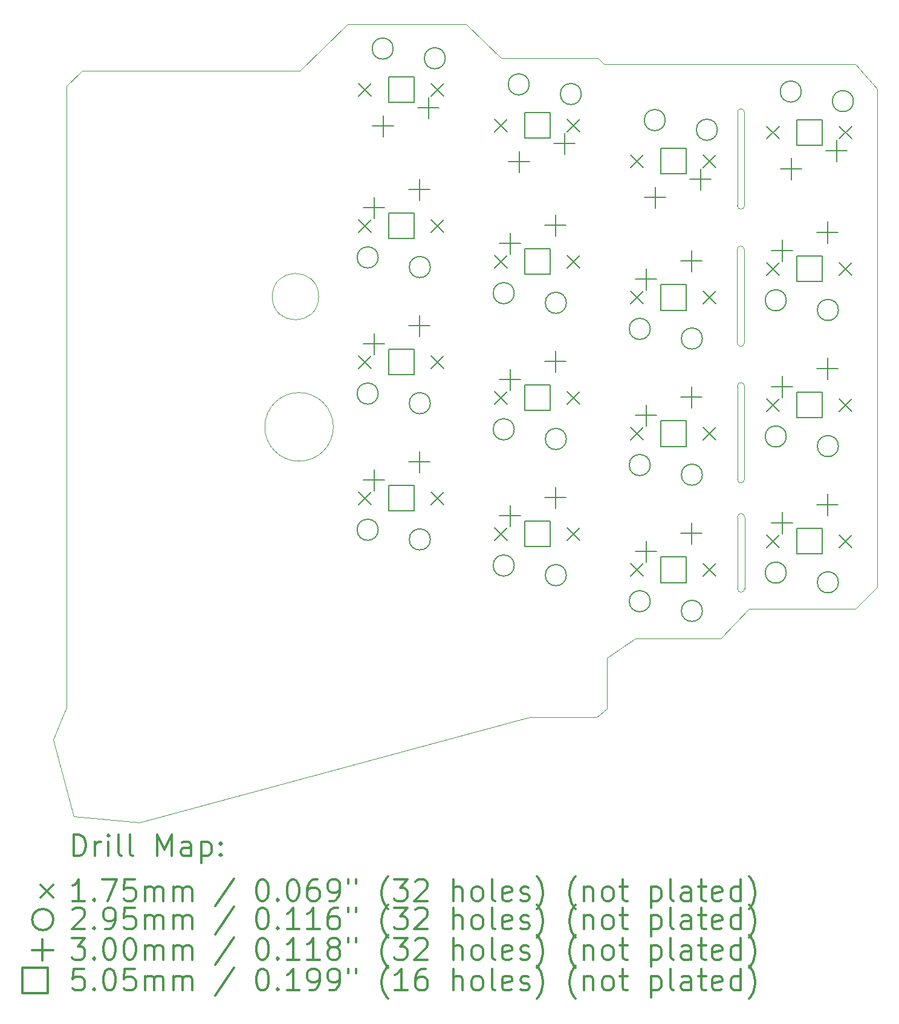
<source format=gbr>
%FSLAX45Y45*%
G04 Gerber Fmt 4.5, Leading zero omitted, Abs format (unit mm)*
G04 Created by KiCad (PCBNEW (5.1.4)-1) date 2023-09-09 05:25:45*
%MOMM*%
%LPD*%
G04 APERTURE LIST*
%ADD10C,0.050000*%
%ADD11C,0.200000*%
%ADD12C,0.300000*%
G04 APERTURE END LIST*
D10*
X26200923Y-49626327D02*
X26511202Y-49966032D01*
X21240924Y-49541327D02*
X20746203Y-49066032D01*
X26200923Y-49626327D02*
X26020923Y-49626327D01*
X22595924Y-49541327D02*
X22680924Y-49626327D01*
X21240924Y-49541327D02*
X22595924Y-49541327D01*
X26020923Y-49626327D02*
X22680924Y-49626327D01*
X24548000Y-50297000D02*
X24548000Y-51600000D01*
X24648000Y-51600000D02*
G75*
G02X24548000Y-51600000I-50000J0D01*
G01*
X24648000Y-50297000D02*
X24648000Y-51600000D01*
X24646000Y-53521000D02*
G75*
G02X24546000Y-53521000I-50000J0D01*
G01*
X24648000Y-55430000D02*
G75*
G02X24548000Y-55430000I-50000J0D01*
G01*
X24548000Y-54128000D02*
X24548000Y-55430000D01*
X24548000Y-54128000D02*
G75*
G02X24648000Y-54128000I50000J0D01*
G01*
X24550000Y-55960000D02*
G75*
G02X24650000Y-55960000I50000J0D01*
G01*
X24650000Y-56960000D02*
G75*
G02X24550000Y-56960000I-50000J0D01*
G01*
X24648000Y-54128000D02*
X24648000Y-55430000D01*
X24650000Y-55960000D02*
X24650000Y-56960000D01*
X26511202Y-49966032D02*
X26511202Y-56941032D01*
X24550000Y-55960000D02*
X24550000Y-56960000D01*
X22721202Y-57931032D02*
X23121202Y-57656032D01*
X18890000Y-54697000D02*
G75*
G03X18890000Y-54697000I-480000J0D01*
G01*
X18685000Y-52875000D02*
G75*
G03X18685000Y-52875000I-325000J0D01*
G01*
X15150249Y-58623435D02*
X15152190Y-49930639D01*
X24731202Y-57241032D02*
X24911202Y-57241032D01*
X24316202Y-57656032D02*
X24711202Y-57241032D01*
X24731202Y-57241032D02*
X24711202Y-57241032D01*
X15258251Y-60144663D02*
X14970438Y-59068483D01*
X22721202Y-58641032D02*
X22581202Y-58761032D01*
X26511202Y-56941032D02*
X26201202Y-57241032D01*
X24911202Y-57241032D02*
X26201202Y-57241032D01*
X15152190Y-49930639D02*
X15371203Y-49716032D01*
X19091203Y-49066032D02*
X20746203Y-49066032D01*
X21661203Y-58761032D02*
X22581202Y-58761032D01*
X21661203Y-58761032D02*
X21641203Y-58761032D01*
X15150249Y-58623435D02*
X14970438Y-59068483D01*
X15258251Y-60144663D02*
X16180391Y-60230918D01*
X18421203Y-49716032D02*
X15371203Y-49716032D01*
X24316202Y-57656032D02*
X23121202Y-57656032D01*
X22721202Y-58641032D02*
X22721202Y-57931032D01*
X21641203Y-58761032D02*
X16180391Y-60230918D01*
X19091203Y-49066032D02*
X18421203Y-49716032D01*
X24548000Y-50297000D02*
G75*
G02X24648000Y-50297000I50000J0D01*
G01*
X24545000Y-52218000D02*
G75*
G02X24645000Y-52218000I50000J0D01*
G01*
X24545000Y-52218000D02*
X24546000Y-53521000D01*
X24645000Y-52218000D02*
X24646000Y-53521000D01*
D11*
X19245703Y-53703532D02*
X19420703Y-53878532D01*
X19420703Y-53703532D02*
X19245703Y-53878532D01*
X19245703Y-49892500D02*
X19420703Y-50067500D01*
X19420703Y-49892500D02*
X19245703Y-50067500D01*
X20261703Y-49892500D02*
X20436703Y-50067500D01*
X20436703Y-49892500D02*
X20261703Y-50067500D01*
X21150703Y-52298532D02*
X21325703Y-52473532D01*
X21325703Y-52298532D02*
X21150703Y-52473532D01*
X22166703Y-52298532D02*
X22341703Y-52473532D01*
X22341703Y-52298532D02*
X22166703Y-52473532D01*
X19245703Y-51798532D02*
X19420703Y-51973532D01*
X19420703Y-51798532D02*
X19245703Y-51973532D01*
X20261703Y-51798532D02*
X20436703Y-51973532D01*
X20436703Y-51798532D02*
X20261703Y-51973532D01*
X24960702Y-54303532D02*
X25135702Y-54478532D01*
X25135702Y-54303532D02*
X24960702Y-54478532D01*
X25976702Y-54303532D02*
X26151702Y-54478532D01*
X26151702Y-54303532D02*
X25976702Y-54478532D01*
X23055702Y-50892500D02*
X23230702Y-51067500D01*
X23230702Y-50892500D02*
X23055702Y-51067500D01*
X24071702Y-50892500D02*
X24246702Y-51067500D01*
X24246702Y-50892500D02*
X24071702Y-51067500D01*
X21150703Y-50392500D02*
X21325703Y-50567500D01*
X21325703Y-50392500D02*
X21150703Y-50567500D01*
X22166703Y-50392500D02*
X22341703Y-50567500D01*
X22341703Y-50392500D02*
X22166703Y-50567500D01*
X24960702Y-50492500D02*
X25135702Y-50667500D01*
X25135702Y-50492500D02*
X24960702Y-50667500D01*
X25976702Y-50492500D02*
X26151702Y-50667500D01*
X26151702Y-50492500D02*
X25976702Y-50667500D01*
X23055702Y-52798532D02*
X23230702Y-52973532D01*
X23230702Y-52798532D02*
X23055702Y-52973532D01*
X24071702Y-52798532D02*
X24246702Y-52973532D01*
X24246702Y-52798532D02*
X24071702Y-52973532D01*
X21150703Y-56108532D02*
X21325703Y-56283532D01*
X21325703Y-56108532D02*
X21150703Y-56283532D01*
X22166703Y-56108532D02*
X22341703Y-56283532D01*
X22341703Y-56108532D02*
X22166703Y-56283532D01*
X23055702Y-56608532D02*
X23230702Y-56783532D01*
X23230702Y-56608532D02*
X23055702Y-56783532D01*
X24071702Y-56608532D02*
X24246702Y-56783532D01*
X24246702Y-56608532D02*
X24071702Y-56783532D01*
X21150703Y-54203532D02*
X21325703Y-54378532D01*
X21325703Y-54203532D02*
X21150703Y-54378532D01*
X22166703Y-54203532D02*
X22341703Y-54378532D01*
X22341703Y-54203532D02*
X22166703Y-54378532D01*
X23055703Y-54703532D02*
X23230703Y-54878532D01*
X23230703Y-54703532D02*
X23055703Y-54878532D01*
X24071703Y-54703532D02*
X24246703Y-54878532D01*
X24246703Y-54703532D02*
X24071703Y-54878532D01*
X19245703Y-55608532D02*
X19420703Y-55783532D01*
X19420703Y-55608532D02*
X19245703Y-55783532D01*
X20261703Y-55608532D02*
X20436703Y-55783532D01*
X20436703Y-55608532D02*
X20261703Y-55783532D01*
X24960702Y-52398532D02*
X25135702Y-52573532D01*
X25135702Y-52398532D02*
X24960702Y-52573532D01*
X25976702Y-52398532D02*
X26151702Y-52573532D01*
X26151702Y-52398532D02*
X25976702Y-52573532D01*
X20261703Y-53703532D02*
X20436703Y-53878532D01*
X20436703Y-53703532D02*
X20261703Y-53878532D01*
X24960702Y-56208532D02*
X25135702Y-56383532D01*
X25135702Y-56208532D02*
X24960702Y-56383532D01*
X25976702Y-56208532D02*
X26151702Y-56383532D01*
X26151702Y-56208532D02*
X25976702Y-56383532D01*
X21633703Y-49905000D02*
G75*
G03X21633703Y-49905000I-147500J0D01*
G01*
X22363703Y-50040000D02*
G75*
G03X22363703Y-50040000I-147500J0D01*
G01*
X25443702Y-50005000D02*
G75*
G03X25443702Y-50005000I-147500J0D01*
G01*
X26173702Y-50140000D02*
G75*
G03X26173702Y-50140000I-147500J0D01*
G01*
X23328702Y-53326032D02*
G75*
G03X23328702Y-53326032I-147500J0D01*
G01*
X24058702Y-53461032D02*
G75*
G03X24058702Y-53461032I-147500J0D01*
G01*
X21423703Y-56636032D02*
G75*
G03X21423703Y-56636032I-147500J0D01*
G01*
X22153703Y-56771032D02*
G75*
G03X22153703Y-56771032I-147500J0D01*
G01*
X23328702Y-57136032D02*
G75*
G03X23328702Y-57136032I-147500J0D01*
G01*
X24058702Y-57271032D02*
G75*
G03X24058702Y-57271032I-147500J0D01*
G01*
X21423703Y-54731032D02*
G75*
G03X21423703Y-54731032I-147500J0D01*
G01*
X22153703Y-54866032D02*
G75*
G03X22153703Y-54866032I-147500J0D01*
G01*
X23328703Y-55231032D02*
G75*
G03X23328703Y-55231032I-147500J0D01*
G01*
X24058703Y-55366032D02*
G75*
G03X24058703Y-55366032I-147500J0D01*
G01*
X19518703Y-56136032D02*
G75*
G03X19518703Y-56136032I-147500J0D01*
G01*
X20248703Y-56271032D02*
G75*
G03X20248703Y-56271032I-147500J0D01*
G01*
X25233702Y-52926032D02*
G75*
G03X25233702Y-52926032I-147500J0D01*
G01*
X25963702Y-53061032D02*
G75*
G03X25963702Y-53061032I-147500J0D01*
G01*
X19518703Y-54231032D02*
G75*
G03X19518703Y-54231032I-147500J0D01*
G01*
X20248703Y-54366032D02*
G75*
G03X20248703Y-54366032I-147500J0D01*
G01*
X25233702Y-56736032D02*
G75*
G03X25233702Y-56736032I-147500J0D01*
G01*
X25963702Y-56871032D02*
G75*
G03X25963702Y-56871032I-147500J0D01*
G01*
X19728703Y-49405000D02*
G75*
G03X19728703Y-49405000I-147500J0D01*
G01*
X20458703Y-49540000D02*
G75*
G03X20458703Y-49540000I-147500J0D01*
G01*
X21423703Y-52826032D02*
G75*
G03X21423703Y-52826032I-147500J0D01*
G01*
X22153703Y-52961032D02*
G75*
G03X22153703Y-52961032I-147500J0D01*
G01*
X19518703Y-52326032D02*
G75*
G03X19518703Y-52326032I-147500J0D01*
G01*
X20248703Y-52461032D02*
G75*
G03X20248703Y-52461032I-147500J0D01*
G01*
X25233702Y-54831032D02*
G75*
G03X25233702Y-54831032I-147500J0D01*
G01*
X25963702Y-54966032D02*
G75*
G03X25963702Y-54966032I-147500J0D01*
G01*
X23538702Y-50405000D02*
G75*
G03X23538702Y-50405000I-147500J0D01*
G01*
X24268702Y-50540000D02*
G75*
G03X24268702Y-50540000I-147500J0D01*
G01*
X19587203Y-50338000D02*
X19587203Y-50638000D01*
X19437203Y-50488000D02*
X19737203Y-50488000D01*
X20222203Y-50084000D02*
X20222203Y-50384000D01*
X20072203Y-50234000D02*
X20372203Y-50234000D01*
X21365203Y-51982032D02*
X21365203Y-52282032D01*
X21215203Y-52132032D02*
X21515203Y-52132032D01*
X22000203Y-51728032D02*
X22000203Y-52028032D01*
X21850203Y-51878032D02*
X22150203Y-51878032D01*
X19460203Y-51482032D02*
X19460203Y-51782032D01*
X19310203Y-51632032D02*
X19610203Y-51632032D01*
X20095203Y-51228032D02*
X20095203Y-51528032D01*
X19945203Y-51378032D02*
X20245203Y-51378032D01*
X25175202Y-53987032D02*
X25175202Y-54287032D01*
X25025202Y-54137032D02*
X25325202Y-54137032D01*
X25810202Y-53733032D02*
X25810202Y-54033032D01*
X25660202Y-53883032D02*
X25960202Y-53883032D01*
X23397202Y-51338000D02*
X23397202Y-51638000D01*
X23247202Y-51488000D02*
X23547202Y-51488000D01*
X24032202Y-51084000D02*
X24032202Y-51384000D01*
X23882202Y-51234000D02*
X24182202Y-51234000D01*
X21492203Y-50838000D02*
X21492203Y-51138000D01*
X21342203Y-50988000D02*
X21642203Y-50988000D01*
X22127203Y-50584000D02*
X22127203Y-50884000D01*
X21977203Y-50734000D02*
X22277203Y-50734000D01*
X25302202Y-50938000D02*
X25302202Y-51238000D01*
X25152202Y-51088000D02*
X25452202Y-51088000D01*
X25937202Y-50684000D02*
X25937202Y-50984000D01*
X25787202Y-50834000D02*
X26087202Y-50834000D01*
X23270202Y-52482032D02*
X23270202Y-52782032D01*
X23120202Y-52632032D02*
X23420202Y-52632032D01*
X23905202Y-52228032D02*
X23905202Y-52528032D01*
X23755202Y-52378032D02*
X24055202Y-52378032D01*
X21365203Y-55792032D02*
X21365203Y-56092032D01*
X21215203Y-55942032D02*
X21515203Y-55942032D01*
X22000203Y-55538032D02*
X22000203Y-55838032D01*
X21850203Y-55688032D02*
X22150203Y-55688032D01*
X23270202Y-56292032D02*
X23270202Y-56592032D01*
X23120202Y-56442032D02*
X23420202Y-56442032D01*
X23905202Y-56038032D02*
X23905202Y-56338032D01*
X23755202Y-56188032D02*
X24055202Y-56188032D01*
X21365203Y-53887032D02*
X21365203Y-54187032D01*
X21215203Y-54037032D02*
X21515203Y-54037032D01*
X22000203Y-53633032D02*
X22000203Y-53933032D01*
X21850203Y-53783032D02*
X22150203Y-53783032D01*
X23270203Y-54387032D02*
X23270203Y-54687032D01*
X23120203Y-54537032D02*
X23420203Y-54537032D01*
X23905203Y-54133032D02*
X23905203Y-54433032D01*
X23755203Y-54283032D02*
X24055203Y-54283032D01*
X19460203Y-55292032D02*
X19460203Y-55592032D01*
X19310203Y-55442032D02*
X19610203Y-55442032D01*
X20095203Y-55038032D02*
X20095203Y-55338032D01*
X19945203Y-55188032D02*
X20245203Y-55188032D01*
X25175202Y-52082032D02*
X25175202Y-52382032D01*
X25025202Y-52232032D02*
X25325202Y-52232032D01*
X25810202Y-51828032D02*
X25810202Y-52128032D01*
X25660202Y-51978032D02*
X25960202Y-51978032D01*
X19460203Y-53387032D02*
X19460203Y-53687032D01*
X19310203Y-53537032D02*
X19610203Y-53537032D01*
X20095203Y-53133032D02*
X20095203Y-53433032D01*
X19945203Y-53283032D02*
X20245203Y-53283032D01*
X25175202Y-55892032D02*
X25175202Y-56192032D01*
X25025202Y-56042032D02*
X25325202Y-56042032D01*
X25810202Y-55638032D02*
X25810202Y-55938032D01*
X25660202Y-55788032D02*
X25960202Y-55788032D01*
X21924749Y-54469578D02*
X21924749Y-54112486D01*
X21567656Y-54112486D01*
X21567656Y-54469578D01*
X21924749Y-54469578D01*
X23829749Y-54969578D02*
X23829749Y-54612486D01*
X23472656Y-54612486D01*
X23472656Y-54969578D01*
X23829749Y-54969578D01*
X20019749Y-55874578D02*
X20019749Y-55517486D01*
X19662656Y-55517486D01*
X19662656Y-55874578D01*
X20019749Y-55874578D01*
X25734749Y-52664578D02*
X25734749Y-52307486D01*
X25377656Y-52307486D01*
X25377656Y-52664578D01*
X25734749Y-52664578D01*
X20019749Y-53969578D02*
X20019749Y-53612486D01*
X19662656Y-53612486D01*
X19662656Y-53969578D01*
X20019749Y-53969578D01*
X25734749Y-56474578D02*
X25734749Y-56117486D01*
X25377656Y-56117486D01*
X25377656Y-56474578D01*
X25734749Y-56474578D01*
X20019749Y-50158546D02*
X20019749Y-49801454D01*
X19662656Y-49801454D01*
X19662656Y-50158546D01*
X20019749Y-50158546D01*
X21924749Y-52564578D02*
X21924749Y-52207486D01*
X21567656Y-52207486D01*
X21567656Y-52564578D01*
X21924749Y-52564578D01*
X20019749Y-52064578D02*
X20019749Y-51707486D01*
X19662656Y-51707486D01*
X19662656Y-52064578D01*
X20019749Y-52064578D01*
X25734749Y-54569578D02*
X25734749Y-54212486D01*
X25377656Y-54212486D01*
X25377656Y-54569578D01*
X25734749Y-54569578D01*
X23829749Y-51158546D02*
X23829749Y-50801454D01*
X23472656Y-50801454D01*
X23472656Y-51158546D01*
X23829749Y-51158546D01*
X21924749Y-50658546D02*
X21924749Y-50301454D01*
X21567656Y-50301454D01*
X21567656Y-50658546D01*
X21924749Y-50658546D01*
X25734749Y-50758546D02*
X25734749Y-50401454D01*
X25377656Y-50401454D01*
X25377656Y-50758546D01*
X25734749Y-50758546D01*
X23829749Y-53064578D02*
X23829749Y-52707486D01*
X23472656Y-52707486D01*
X23472656Y-53064578D01*
X23829749Y-53064578D01*
X21924749Y-56374578D02*
X21924749Y-56017486D01*
X21567656Y-56017486D01*
X21567656Y-56374578D01*
X21924749Y-56374578D01*
X23829749Y-56874578D02*
X23829749Y-56517486D01*
X23472656Y-56517486D01*
X23472656Y-56874578D01*
X23829749Y-56874578D01*
D12*
X15254366Y-60699133D02*
X15254366Y-60399133D01*
X15325795Y-60399133D01*
X15368652Y-60413419D01*
X15397223Y-60441990D01*
X15411509Y-60470561D01*
X15425795Y-60527704D01*
X15425795Y-60570561D01*
X15411509Y-60627704D01*
X15397223Y-60656276D01*
X15368652Y-60684847D01*
X15325795Y-60699133D01*
X15254366Y-60699133D01*
X15554366Y-60699133D02*
X15554366Y-60499133D01*
X15554366Y-60556276D02*
X15568652Y-60527704D01*
X15582938Y-60513419D01*
X15611509Y-60499133D01*
X15640080Y-60499133D01*
X15740080Y-60699133D02*
X15740080Y-60499133D01*
X15740080Y-60399133D02*
X15725795Y-60413419D01*
X15740080Y-60427704D01*
X15754366Y-60413419D01*
X15740080Y-60399133D01*
X15740080Y-60427704D01*
X15925795Y-60699133D02*
X15897223Y-60684847D01*
X15882938Y-60656276D01*
X15882938Y-60399133D01*
X16082938Y-60699133D02*
X16054366Y-60684847D01*
X16040080Y-60656276D01*
X16040080Y-60399133D01*
X16425795Y-60699133D02*
X16425795Y-60399133D01*
X16525795Y-60613419D01*
X16625795Y-60399133D01*
X16625795Y-60699133D01*
X16897223Y-60699133D02*
X16897223Y-60541990D01*
X16882938Y-60513419D01*
X16854366Y-60499133D01*
X16797223Y-60499133D01*
X16768652Y-60513419D01*
X16897223Y-60684847D02*
X16868652Y-60699133D01*
X16797223Y-60699133D01*
X16768652Y-60684847D01*
X16754366Y-60656276D01*
X16754366Y-60627704D01*
X16768652Y-60599133D01*
X16797223Y-60584847D01*
X16868652Y-60584847D01*
X16897223Y-60570561D01*
X17040081Y-60499133D02*
X17040081Y-60799133D01*
X17040081Y-60513419D02*
X17068652Y-60499133D01*
X17125795Y-60499133D01*
X17154366Y-60513419D01*
X17168652Y-60527704D01*
X17182938Y-60556276D01*
X17182938Y-60641990D01*
X17168652Y-60670561D01*
X17154366Y-60684847D01*
X17125795Y-60699133D01*
X17068652Y-60699133D01*
X17040081Y-60684847D01*
X17311509Y-60670561D02*
X17325795Y-60684847D01*
X17311509Y-60699133D01*
X17297223Y-60684847D01*
X17311509Y-60670561D01*
X17311509Y-60699133D01*
X17311509Y-60513419D02*
X17325795Y-60527704D01*
X17311509Y-60541990D01*
X17297223Y-60527704D01*
X17311509Y-60513419D01*
X17311509Y-60541990D01*
X14792938Y-61105919D02*
X14967938Y-61280919D01*
X14967938Y-61105919D02*
X14792938Y-61280919D01*
X15411509Y-61329133D02*
X15240080Y-61329133D01*
X15325795Y-61329133D02*
X15325795Y-61029133D01*
X15297223Y-61071990D01*
X15268652Y-61100561D01*
X15240080Y-61114847D01*
X15540080Y-61300561D02*
X15554366Y-61314847D01*
X15540080Y-61329133D01*
X15525795Y-61314847D01*
X15540080Y-61300561D01*
X15540080Y-61329133D01*
X15654366Y-61029133D02*
X15854366Y-61029133D01*
X15725795Y-61329133D01*
X16111509Y-61029133D02*
X15968652Y-61029133D01*
X15954366Y-61171990D01*
X15968652Y-61157704D01*
X15997223Y-61143419D01*
X16068652Y-61143419D01*
X16097223Y-61157704D01*
X16111509Y-61171990D01*
X16125795Y-61200561D01*
X16125795Y-61271990D01*
X16111509Y-61300561D01*
X16097223Y-61314847D01*
X16068652Y-61329133D01*
X15997223Y-61329133D01*
X15968652Y-61314847D01*
X15954366Y-61300561D01*
X16254366Y-61329133D02*
X16254366Y-61129133D01*
X16254366Y-61157704D02*
X16268652Y-61143419D01*
X16297223Y-61129133D01*
X16340080Y-61129133D01*
X16368652Y-61143419D01*
X16382938Y-61171990D01*
X16382938Y-61329133D01*
X16382938Y-61171990D02*
X16397223Y-61143419D01*
X16425795Y-61129133D01*
X16468652Y-61129133D01*
X16497223Y-61143419D01*
X16511509Y-61171990D01*
X16511509Y-61329133D01*
X16654366Y-61329133D02*
X16654366Y-61129133D01*
X16654366Y-61157704D02*
X16668652Y-61143419D01*
X16697223Y-61129133D01*
X16740080Y-61129133D01*
X16768652Y-61143419D01*
X16782938Y-61171990D01*
X16782938Y-61329133D01*
X16782938Y-61171990D02*
X16797223Y-61143419D01*
X16825795Y-61129133D01*
X16868652Y-61129133D01*
X16897223Y-61143419D01*
X16911509Y-61171990D01*
X16911509Y-61329133D01*
X17497223Y-61014847D02*
X17240081Y-61400561D01*
X17882938Y-61029133D02*
X17911509Y-61029133D01*
X17940081Y-61043419D01*
X17954366Y-61057704D01*
X17968652Y-61086276D01*
X17982938Y-61143419D01*
X17982938Y-61214847D01*
X17968652Y-61271990D01*
X17954366Y-61300561D01*
X17940081Y-61314847D01*
X17911509Y-61329133D01*
X17882938Y-61329133D01*
X17854366Y-61314847D01*
X17840081Y-61300561D01*
X17825795Y-61271990D01*
X17811509Y-61214847D01*
X17811509Y-61143419D01*
X17825795Y-61086276D01*
X17840081Y-61057704D01*
X17854366Y-61043419D01*
X17882938Y-61029133D01*
X18111509Y-61300561D02*
X18125795Y-61314847D01*
X18111509Y-61329133D01*
X18097223Y-61314847D01*
X18111509Y-61300561D01*
X18111509Y-61329133D01*
X18311509Y-61029133D02*
X18340081Y-61029133D01*
X18368652Y-61043419D01*
X18382938Y-61057704D01*
X18397223Y-61086276D01*
X18411509Y-61143419D01*
X18411509Y-61214847D01*
X18397223Y-61271990D01*
X18382938Y-61300561D01*
X18368652Y-61314847D01*
X18340081Y-61329133D01*
X18311509Y-61329133D01*
X18282938Y-61314847D01*
X18268652Y-61300561D01*
X18254366Y-61271990D01*
X18240081Y-61214847D01*
X18240081Y-61143419D01*
X18254366Y-61086276D01*
X18268652Y-61057704D01*
X18282938Y-61043419D01*
X18311509Y-61029133D01*
X18668652Y-61029133D02*
X18611509Y-61029133D01*
X18582938Y-61043419D01*
X18568652Y-61057704D01*
X18540081Y-61100561D01*
X18525795Y-61157704D01*
X18525795Y-61271990D01*
X18540081Y-61300561D01*
X18554366Y-61314847D01*
X18582938Y-61329133D01*
X18640081Y-61329133D01*
X18668652Y-61314847D01*
X18682938Y-61300561D01*
X18697223Y-61271990D01*
X18697223Y-61200561D01*
X18682938Y-61171990D01*
X18668652Y-61157704D01*
X18640081Y-61143419D01*
X18582938Y-61143419D01*
X18554366Y-61157704D01*
X18540081Y-61171990D01*
X18525795Y-61200561D01*
X18840081Y-61329133D02*
X18897223Y-61329133D01*
X18925795Y-61314847D01*
X18940081Y-61300561D01*
X18968652Y-61257704D01*
X18982938Y-61200561D01*
X18982938Y-61086276D01*
X18968652Y-61057704D01*
X18954366Y-61043419D01*
X18925795Y-61029133D01*
X18868652Y-61029133D01*
X18840081Y-61043419D01*
X18825795Y-61057704D01*
X18811509Y-61086276D01*
X18811509Y-61157704D01*
X18825795Y-61186276D01*
X18840081Y-61200561D01*
X18868652Y-61214847D01*
X18925795Y-61214847D01*
X18954366Y-61200561D01*
X18968652Y-61186276D01*
X18982938Y-61157704D01*
X19097223Y-61029133D02*
X19097223Y-61086276D01*
X19211509Y-61029133D02*
X19211509Y-61086276D01*
X19654366Y-61443419D02*
X19640081Y-61429133D01*
X19611509Y-61386276D01*
X19597223Y-61357704D01*
X19582938Y-61314847D01*
X19568652Y-61243419D01*
X19568652Y-61186276D01*
X19582938Y-61114847D01*
X19597223Y-61071990D01*
X19611509Y-61043419D01*
X19640081Y-61000561D01*
X19654366Y-60986276D01*
X19740081Y-61029133D02*
X19925795Y-61029133D01*
X19825795Y-61143419D01*
X19868652Y-61143419D01*
X19897223Y-61157704D01*
X19911509Y-61171990D01*
X19925795Y-61200561D01*
X19925795Y-61271990D01*
X19911509Y-61300561D01*
X19897223Y-61314847D01*
X19868652Y-61329133D01*
X19782938Y-61329133D01*
X19754366Y-61314847D01*
X19740081Y-61300561D01*
X20040081Y-61057704D02*
X20054366Y-61043419D01*
X20082938Y-61029133D01*
X20154366Y-61029133D01*
X20182938Y-61043419D01*
X20197223Y-61057704D01*
X20211509Y-61086276D01*
X20211509Y-61114847D01*
X20197223Y-61157704D01*
X20025795Y-61329133D01*
X20211509Y-61329133D01*
X20568652Y-61329133D02*
X20568652Y-61029133D01*
X20697223Y-61329133D02*
X20697223Y-61171990D01*
X20682938Y-61143419D01*
X20654366Y-61129133D01*
X20611509Y-61129133D01*
X20582938Y-61143419D01*
X20568652Y-61157704D01*
X20882938Y-61329133D02*
X20854366Y-61314847D01*
X20840081Y-61300561D01*
X20825795Y-61271990D01*
X20825795Y-61186276D01*
X20840081Y-61157704D01*
X20854366Y-61143419D01*
X20882938Y-61129133D01*
X20925795Y-61129133D01*
X20954366Y-61143419D01*
X20968652Y-61157704D01*
X20982938Y-61186276D01*
X20982938Y-61271990D01*
X20968652Y-61300561D01*
X20954366Y-61314847D01*
X20925795Y-61329133D01*
X20882938Y-61329133D01*
X21154366Y-61329133D02*
X21125795Y-61314847D01*
X21111509Y-61286276D01*
X21111509Y-61029133D01*
X21382938Y-61314847D02*
X21354366Y-61329133D01*
X21297223Y-61329133D01*
X21268652Y-61314847D01*
X21254366Y-61286276D01*
X21254366Y-61171990D01*
X21268652Y-61143419D01*
X21297223Y-61129133D01*
X21354366Y-61129133D01*
X21382938Y-61143419D01*
X21397223Y-61171990D01*
X21397223Y-61200561D01*
X21254366Y-61229133D01*
X21511509Y-61314847D02*
X21540081Y-61329133D01*
X21597223Y-61329133D01*
X21625795Y-61314847D01*
X21640081Y-61286276D01*
X21640081Y-61271990D01*
X21625795Y-61243419D01*
X21597223Y-61229133D01*
X21554366Y-61229133D01*
X21525795Y-61214847D01*
X21511509Y-61186276D01*
X21511509Y-61171990D01*
X21525795Y-61143419D01*
X21554366Y-61129133D01*
X21597223Y-61129133D01*
X21625795Y-61143419D01*
X21740081Y-61443419D02*
X21754366Y-61429133D01*
X21782938Y-61386276D01*
X21797223Y-61357704D01*
X21811509Y-61314847D01*
X21825795Y-61243419D01*
X21825795Y-61186276D01*
X21811509Y-61114847D01*
X21797223Y-61071990D01*
X21782938Y-61043419D01*
X21754366Y-61000561D01*
X21740081Y-60986276D01*
X22282938Y-61443419D02*
X22268652Y-61429133D01*
X22240081Y-61386276D01*
X22225795Y-61357704D01*
X22211509Y-61314847D01*
X22197223Y-61243419D01*
X22197223Y-61186276D01*
X22211509Y-61114847D01*
X22225795Y-61071990D01*
X22240081Y-61043419D01*
X22268652Y-61000561D01*
X22282938Y-60986276D01*
X22397223Y-61129133D02*
X22397223Y-61329133D01*
X22397223Y-61157704D02*
X22411509Y-61143419D01*
X22440080Y-61129133D01*
X22482938Y-61129133D01*
X22511509Y-61143419D01*
X22525795Y-61171990D01*
X22525795Y-61329133D01*
X22711509Y-61329133D02*
X22682938Y-61314847D01*
X22668652Y-61300561D01*
X22654366Y-61271990D01*
X22654366Y-61186276D01*
X22668652Y-61157704D01*
X22682938Y-61143419D01*
X22711509Y-61129133D01*
X22754366Y-61129133D01*
X22782938Y-61143419D01*
X22797223Y-61157704D01*
X22811509Y-61186276D01*
X22811509Y-61271990D01*
X22797223Y-61300561D01*
X22782938Y-61314847D01*
X22754366Y-61329133D01*
X22711509Y-61329133D01*
X22897223Y-61129133D02*
X23011509Y-61129133D01*
X22940080Y-61029133D02*
X22940080Y-61286276D01*
X22954366Y-61314847D01*
X22982938Y-61329133D01*
X23011509Y-61329133D01*
X23340080Y-61129133D02*
X23340080Y-61429133D01*
X23340080Y-61143419D02*
X23368652Y-61129133D01*
X23425795Y-61129133D01*
X23454366Y-61143419D01*
X23468652Y-61157704D01*
X23482938Y-61186276D01*
X23482938Y-61271990D01*
X23468652Y-61300561D01*
X23454366Y-61314847D01*
X23425795Y-61329133D01*
X23368652Y-61329133D01*
X23340080Y-61314847D01*
X23654366Y-61329133D02*
X23625795Y-61314847D01*
X23611509Y-61286276D01*
X23611509Y-61029133D01*
X23897223Y-61329133D02*
X23897223Y-61171990D01*
X23882938Y-61143419D01*
X23854366Y-61129133D01*
X23797223Y-61129133D01*
X23768652Y-61143419D01*
X23897223Y-61314847D02*
X23868652Y-61329133D01*
X23797223Y-61329133D01*
X23768652Y-61314847D01*
X23754366Y-61286276D01*
X23754366Y-61257704D01*
X23768652Y-61229133D01*
X23797223Y-61214847D01*
X23868652Y-61214847D01*
X23897223Y-61200561D01*
X23997223Y-61129133D02*
X24111509Y-61129133D01*
X24040080Y-61029133D02*
X24040080Y-61286276D01*
X24054366Y-61314847D01*
X24082938Y-61329133D01*
X24111509Y-61329133D01*
X24325795Y-61314847D02*
X24297223Y-61329133D01*
X24240080Y-61329133D01*
X24211509Y-61314847D01*
X24197223Y-61286276D01*
X24197223Y-61171990D01*
X24211509Y-61143419D01*
X24240080Y-61129133D01*
X24297223Y-61129133D01*
X24325795Y-61143419D01*
X24340080Y-61171990D01*
X24340080Y-61200561D01*
X24197223Y-61229133D01*
X24597223Y-61329133D02*
X24597223Y-61029133D01*
X24597223Y-61314847D02*
X24568652Y-61329133D01*
X24511509Y-61329133D01*
X24482938Y-61314847D01*
X24468652Y-61300561D01*
X24454366Y-61271990D01*
X24454366Y-61186276D01*
X24468652Y-61157704D01*
X24482938Y-61143419D01*
X24511509Y-61129133D01*
X24568652Y-61129133D01*
X24597223Y-61143419D01*
X24711509Y-61443419D02*
X24725795Y-61429133D01*
X24754366Y-61386276D01*
X24768652Y-61357704D01*
X24782938Y-61314847D01*
X24797223Y-61243419D01*
X24797223Y-61186276D01*
X24782938Y-61114847D01*
X24768652Y-61071990D01*
X24754366Y-61043419D01*
X24725795Y-61000561D01*
X24711509Y-60986276D01*
X14967938Y-61589419D02*
G75*
G03X14967938Y-61589419I-147500J0D01*
G01*
X15240080Y-61453704D02*
X15254366Y-61439419D01*
X15282938Y-61425133D01*
X15354366Y-61425133D01*
X15382938Y-61439419D01*
X15397223Y-61453704D01*
X15411509Y-61482276D01*
X15411509Y-61510847D01*
X15397223Y-61553704D01*
X15225795Y-61725133D01*
X15411509Y-61725133D01*
X15540080Y-61696561D02*
X15554366Y-61710847D01*
X15540080Y-61725133D01*
X15525795Y-61710847D01*
X15540080Y-61696561D01*
X15540080Y-61725133D01*
X15697223Y-61725133D02*
X15754366Y-61725133D01*
X15782938Y-61710847D01*
X15797223Y-61696561D01*
X15825795Y-61653704D01*
X15840080Y-61596561D01*
X15840080Y-61482276D01*
X15825795Y-61453704D01*
X15811509Y-61439419D01*
X15782938Y-61425133D01*
X15725795Y-61425133D01*
X15697223Y-61439419D01*
X15682938Y-61453704D01*
X15668652Y-61482276D01*
X15668652Y-61553704D01*
X15682938Y-61582276D01*
X15697223Y-61596561D01*
X15725795Y-61610847D01*
X15782938Y-61610847D01*
X15811509Y-61596561D01*
X15825795Y-61582276D01*
X15840080Y-61553704D01*
X16111509Y-61425133D02*
X15968652Y-61425133D01*
X15954366Y-61567990D01*
X15968652Y-61553704D01*
X15997223Y-61539419D01*
X16068652Y-61539419D01*
X16097223Y-61553704D01*
X16111509Y-61567990D01*
X16125795Y-61596561D01*
X16125795Y-61667990D01*
X16111509Y-61696561D01*
X16097223Y-61710847D01*
X16068652Y-61725133D01*
X15997223Y-61725133D01*
X15968652Y-61710847D01*
X15954366Y-61696561D01*
X16254366Y-61725133D02*
X16254366Y-61525133D01*
X16254366Y-61553704D02*
X16268652Y-61539419D01*
X16297223Y-61525133D01*
X16340080Y-61525133D01*
X16368652Y-61539419D01*
X16382938Y-61567990D01*
X16382938Y-61725133D01*
X16382938Y-61567990D02*
X16397223Y-61539419D01*
X16425795Y-61525133D01*
X16468652Y-61525133D01*
X16497223Y-61539419D01*
X16511509Y-61567990D01*
X16511509Y-61725133D01*
X16654366Y-61725133D02*
X16654366Y-61525133D01*
X16654366Y-61553704D02*
X16668652Y-61539419D01*
X16697223Y-61525133D01*
X16740080Y-61525133D01*
X16768652Y-61539419D01*
X16782938Y-61567990D01*
X16782938Y-61725133D01*
X16782938Y-61567990D02*
X16797223Y-61539419D01*
X16825795Y-61525133D01*
X16868652Y-61525133D01*
X16897223Y-61539419D01*
X16911509Y-61567990D01*
X16911509Y-61725133D01*
X17497223Y-61410847D02*
X17240081Y-61796561D01*
X17882938Y-61425133D02*
X17911509Y-61425133D01*
X17940081Y-61439419D01*
X17954366Y-61453704D01*
X17968652Y-61482276D01*
X17982938Y-61539419D01*
X17982938Y-61610847D01*
X17968652Y-61667990D01*
X17954366Y-61696561D01*
X17940081Y-61710847D01*
X17911509Y-61725133D01*
X17882938Y-61725133D01*
X17854366Y-61710847D01*
X17840081Y-61696561D01*
X17825795Y-61667990D01*
X17811509Y-61610847D01*
X17811509Y-61539419D01*
X17825795Y-61482276D01*
X17840081Y-61453704D01*
X17854366Y-61439419D01*
X17882938Y-61425133D01*
X18111509Y-61696561D02*
X18125795Y-61710847D01*
X18111509Y-61725133D01*
X18097223Y-61710847D01*
X18111509Y-61696561D01*
X18111509Y-61725133D01*
X18411509Y-61725133D02*
X18240081Y-61725133D01*
X18325795Y-61725133D02*
X18325795Y-61425133D01*
X18297223Y-61467990D01*
X18268652Y-61496561D01*
X18240081Y-61510847D01*
X18697223Y-61725133D02*
X18525795Y-61725133D01*
X18611509Y-61725133D02*
X18611509Y-61425133D01*
X18582938Y-61467990D01*
X18554366Y-61496561D01*
X18525795Y-61510847D01*
X18954366Y-61425133D02*
X18897223Y-61425133D01*
X18868652Y-61439419D01*
X18854366Y-61453704D01*
X18825795Y-61496561D01*
X18811509Y-61553704D01*
X18811509Y-61667990D01*
X18825795Y-61696561D01*
X18840081Y-61710847D01*
X18868652Y-61725133D01*
X18925795Y-61725133D01*
X18954366Y-61710847D01*
X18968652Y-61696561D01*
X18982938Y-61667990D01*
X18982938Y-61596561D01*
X18968652Y-61567990D01*
X18954366Y-61553704D01*
X18925795Y-61539419D01*
X18868652Y-61539419D01*
X18840081Y-61553704D01*
X18825795Y-61567990D01*
X18811509Y-61596561D01*
X19097223Y-61425133D02*
X19097223Y-61482276D01*
X19211509Y-61425133D02*
X19211509Y-61482276D01*
X19654366Y-61839419D02*
X19640081Y-61825133D01*
X19611509Y-61782276D01*
X19597223Y-61753704D01*
X19582938Y-61710847D01*
X19568652Y-61639419D01*
X19568652Y-61582276D01*
X19582938Y-61510847D01*
X19597223Y-61467990D01*
X19611509Y-61439419D01*
X19640081Y-61396561D01*
X19654366Y-61382276D01*
X19740081Y-61425133D02*
X19925795Y-61425133D01*
X19825795Y-61539419D01*
X19868652Y-61539419D01*
X19897223Y-61553704D01*
X19911509Y-61567990D01*
X19925795Y-61596561D01*
X19925795Y-61667990D01*
X19911509Y-61696561D01*
X19897223Y-61710847D01*
X19868652Y-61725133D01*
X19782938Y-61725133D01*
X19754366Y-61710847D01*
X19740081Y-61696561D01*
X20040081Y-61453704D02*
X20054366Y-61439419D01*
X20082938Y-61425133D01*
X20154366Y-61425133D01*
X20182938Y-61439419D01*
X20197223Y-61453704D01*
X20211509Y-61482276D01*
X20211509Y-61510847D01*
X20197223Y-61553704D01*
X20025795Y-61725133D01*
X20211509Y-61725133D01*
X20568652Y-61725133D02*
X20568652Y-61425133D01*
X20697223Y-61725133D02*
X20697223Y-61567990D01*
X20682938Y-61539419D01*
X20654366Y-61525133D01*
X20611509Y-61525133D01*
X20582938Y-61539419D01*
X20568652Y-61553704D01*
X20882938Y-61725133D02*
X20854366Y-61710847D01*
X20840081Y-61696561D01*
X20825795Y-61667990D01*
X20825795Y-61582276D01*
X20840081Y-61553704D01*
X20854366Y-61539419D01*
X20882938Y-61525133D01*
X20925795Y-61525133D01*
X20954366Y-61539419D01*
X20968652Y-61553704D01*
X20982938Y-61582276D01*
X20982938Y-61667990D01*
X20968652Y-61696561D01*
X20954366Y-61710847D01*
X20925795Y-61725133D01*
X20882938Y-61725133D01*
X21154366Y-61725133D02*
X21125795Y-61710847D01*
X21111509Y-61682276D01*
X21111509Y-61425133D01*
X21382938Y-61710847D02*
X21354366Y-61725133D01*
X21297223Y-61725133D01*
X21268652Y-61710847D01*
X21254366Y-61682276D01*
X21254366Y-61567990D01*
X21268652Y-61539419D01*
X21297223Y-61525133D01*
X21354366Y-61525133D01*
X21382938Y-61539419D01*
X21397223Y-61567990D01*
X21397223Y-61596561D01*
X21254366Y-61625133D01*
X21511509Y-61710847D02*
X21540081Y-61725133D01*
X21597223Y-61725133D01*
X21625795Y-61710847D01*
X21640081Y-61682276D01*
X21640081Y-61667990D01*
X21625795Y-61639419D01*
X21597223Y-61625133D01*
X21554366Y-61625133D01*
X21525795Y-61610847D01*
X21511509Y-61582276D01*
X21511509Y-61567990D01*
X21525795Y-61539419D01*
X21554366Y-61525133D01*
X21597223Y-61525133D01*
X21625795Y-61539419D01*
X21740081Y-61839419D02*
X21754366Y-61825133D01*
X21782938Y-61782276D01*
X21797223Y-61753704D01*
X21811509Y-61710847D01*
X21825795Y-61639419D01*
X21825795Y-61582276D01*
X21811509Y-61510847D01*
X21797223Y-61467990D01*
X21782938Y-61439419D01*
X21754366Y-61396561D01*
X21740081Y-61382276D01*
X22282938Y-61839419D02*
X22268652Y-61825133D01*
X22240081Y-61782276D01*
X22225795Y-61753704D01*
X22211509Y-61710847D01*
X22197223Y-61639419D01*
X22197223Y-61582276D01*
X22211509Y-61510847D01*
X22225795Y-61467990D01*
X22240081Y-61439419D01*
X22268652Y-61396561D01*
X22282938Y-61382276D01*
X22397223Y-61525133D02*
X22397223Y-61725133D01*
X22397223Y-61553704D02*
X22411509Y-61539419D01*
X22440080Y-61525133D01*
X22482938Y-61525133D01*
X22511509Y-61539419D01*
X22525795Y-61567990D01*
X22525795Y-61725133D01*
X22711509Y-61725133D02*
X22682938Y-61710847D01*
X22668652Y-61696561D01*
X22654366Y-61667990D01*
X22654366Y-61582276D01*
X22668652Y-61553704D01*
X22682938Y-61539419D01*
X22711509Y-61525133D01*
X22754366Y-61525133D01*
X22782938Y-61539419D01*
X22797223Y-61553704D01*
X22811509Y-61582276D01*
X22811509Y-61667990D01*
X22797223Y-61696561D01*
X22782938Y-61710847D01*
X22754366Y-61725133D01*
X22711509Y-61725133D01*
X22897223Y-61525133D02*
X23011509Y-61525133D01*
X22940080Y-61425133D02*
X22940080Y-61682276D01*
X22954366Y-61710847D01*
X22982938Y-61725133D01*
X23011509Y-61725133D01*
X23340080Y-61525133D02*
X23340080Y-61825133D01*
X23340080Y-61539419D02*
X23368652Y-61525133D01*
X23425795Y-61525133D01*
X23454366Y-61539419D01*
X23468652Y-61553704D01*
X23482938Y-61582276D01*
X23482938Y-61667990D01*
X23468652Y-61696561D01*
X23454366Y-61710847D01*
X23425795Y-61725133D01*
X23368652Y-61725133D01*
X23340080Y-61710847D01*
X23654366Y-61725133D02*
X23625795Y-61710847D01*
X23611509Y-61682276D01*
X23611509Y-61425133D01*
X23897223Y-61725133D02*
X23897223Y-61567990D01*
X23882938Y-61539419D01*
X23854366Y-61525133D01*
X23797223Y-61525133D01*
X23768652Y-61539419D01*
X23897223Y-61710847D02*
X23868652Y-61725133D01*
X23797223Y-61725133D01*
X23768652Y-61710847D01*
X23754366Y-61682276D01*
X23754366Y-61653704D01*
X23768652Y-61625133D01*
X23797223Y-61610847D01*
X23868652Y-61610847D01*
X23897223Y-61596561D01*
X23997223Y-61525133D02*
X24111509Y-61525133D01*
X24040080Y-61425133D02*
X24040080Y-61682276D01*
X24054366Y-61710847D01*
X24082938Y-61725133D01*
X24111509Y-61725133D01*
X24325795Y-61710847D02*
X24297223Y-61725133D01*
X24240080Y-61725133D01*
X24211509Y-61710847D01*
X24197223Y-61682276D01*
X24197223Y-61567990D01*
X24211509Y-61539419D01*
X24240080Y-61525133D01*
X24297223Y-61525133D01*
X24325795Y-61539419D01*
X24340080Y-61567990D01*
X24340080Y-61596561D01*
X24197223Y-61625133D01*
X24597223Y-61725133D02*
X24597223Y-61425133D01*
X24597223Y-61710847D02*
X24568652Y-61725133D01*
X24511509Y-61725133D01*
X24482938Y-61710847D01*
X24468652Y-61696561D01*
X24454366Y-61667990D01*
X24454366Y-61582276D01*
X24468652Y-61553704D01*
X24482938Y-61539419D01*
X24511509Y-61525133D01*
X24568652Y-61525133D01*
X24597223Y-61539419D01*
X24711509Y-61839419D02*
X24725795Y-61825133D01*
X24754366Y-61782276D01*
X24768652Y-61753704D01*
X24782938Y-61710847D01*
X24797223Y-61639419D01*
X24797223Y-61582276D01*
X24782938Y-61510847D01*
X24768652Y-61467990D01*
X24754366Y-61439419D01*
X24725795Y-61396561D01*
X24711509Y-61382276D01*
X14817938Y-61864419D02*
X14817938Y-62164419D01*
X14667938Y-62014419D02*
X14967938Y-62014419D01*
X15225795Y-61850133D02*
X15411509Y-61850133D01*
X15311509Y-61964419D01*
X15354366Y-61964419D01*
X15382938Y-61978704D01*
X15397223Y-61992990D01*
X15411509Y-62021561D01*
X15411509Y-62092990D01*
X15397223Y-62121561D01*
X15382938Y-62135847D01*
X15354366Y-62150133D01*
X15268652Y-62150133D01*
X15240080Y-62135847D01*
X15225795Y-62121561D01*
X15540080Y-62121561D02*
X15554366Y-62135847D01*
X15540080Y-62150133D01*
X15525795Y-62135847D01*
X15540080Y-62121561D01*
X15540080Y-62150133D01*
X15740080Y-61850133D02*
X15768652Y-61850133D01*
X15797223Y-61864419D01*
X15811509Y-61878704D01*
X15825795Y-61907276D01*
X15840080Y-61964419D01*
X15840080Y-62035847D01*
X15825795Y-62092990D01*
X15811509Y-62121561D01*
X15797223Y-62135847D01*
X15768652Y-62150133D01*
X15740080Y-62150133D01*
X15711509Y-62135847D01*
X15697223Y-62121561D01*
X15682938Y-62092990D01*
X15668652Y-62035847D01*
X15668652Y-61964419D01*
X15682938Y-61907276D01*
X15697223Y-61878704D01*
X15711509Y-61864419D01*
X15740080Y-61850133D01*
X16025795Y-61850133D02*
X16054366Y-61850133D01*
X16082938Y-61864419D01*
X16097223Y-61878704D01*
X16111509Y-61907276D01*
X16125795Y-61964419D01*
X16125795Y-62035847D01*
X16111509Y-62092990D01*
X16097223Y-62121561D01*
X16082938Y-62135847D01*
X16054366Y-62150133D01*
X16025795Y-62150133D01*
X15997223Y-62135847D01*
X15982938Y-62121561D01*
X15968652Y-62092990D01*
X15954366Y-62035847D01*
X15954366Y-61964419D01*
X15968652Y-61907276D01*
X15982938Y-61878704D01*
X15997223Y-61864419D01*
X16025795Y-61850133D01*
X16254366Y-62150133D02*
X16254366Y-61950133D01*
X16254366Y-61978704D02*
X16268652Y-61964419D01*
X16297223Y-61950133D01*
X16340080Y-61950133D01*
X16368652Y-61964419D01*
X16382938Y-61992990D01*
X16382938Y-62150133D01*
X16382938Y-61992990D02*
X16397223Y-61964419D01*
X16425795Y-61950133D01*
X16468652Y-61950133D01*
X16497223Y-61964419D01*
X16511509Y-61992990D01*
X16511509Y-62150133D01*
X16654366Y-62150133D02*
X16654366Y-61950133D01*
X16654366Y-61978704D02*
X16668652Y-61964419D01*
X16697223Y-61950133D01*
X16740080Y-61950133D01*
X16768652Y-61964419D01*
X16782938Y-61992990D01*
X16782938Y-62150133D01*
X16782938Y-61992990D02*
X16797223Y-61964419D01*
X16825795Y-61950133D01*
X16868652Y-61950133D01*
X16897223Y-61964419D01*
X16911509Y-61992990D01*
X16911509Y-62150133D01*
X17497223Y-61835847D02*
X17240081Y-62221561D01*
X17882938Y-61850133D02*
X17911509Y-61850133D01*
X17940081Y-61864419D01*
X17954366Y-61878704D01*
X17968652Y-61907276D01*
X17982938Y-61964419D01*
X17982938Y-62035847D01*
X17968652Y-62092990D01*
X17954366Y-62121561D01*
X17940081Y-62135847D01*
X17911509Y-62150133D01*
X17882938Y-62150133D01*
X17854366Y-62135847D01*
X17840081Y-62121561D01*
X17825795Y-62092990D01*
X17811509Y-62035847D01*
X17811509Y-61964419D01*
X17825795Y-61907276D01*
X17840081Y-61878704D01*
X17854366Y-61864419D01*
X17882938Y-61850133D01*
X18111509Y-62121561D02*
X18125795Y-62135847D01*
X18111509Y-62150133D01*
X18097223Y-62135847D01*
X18111509Y-62121561D01*
X18111509Y-62150133D01*
X18411509Y-62150133D02*
X18240081Y-62150133D01*
X18325795Y-62150133D02*
X18325795Y-61850133D01*
X18297223Y-61892990D01*
X18268652Y-61921561D01*
X18240081Y-61935847D01*
X18697223Y-62150133D02*
X18525795Y-62150133D01*
X18611509Y-62150133D02*
X18611509Y-61850133D01*
X18582938Y-61892990D01*
X18554366Y-61921561D01*
X18525795Y-61935847D01*
X18868652Y-61978704D02*
X18840081Y-61964419D01*
X18825795Y-61950133D01*
X18811509Y-61921561D01*
X18811509Y-61907276D01*
X18825795Y-61878704D01*
X18840081Y-61864419D01*
X18868652Y-61850133D01*
X18925795Y-61850133D01*
X18954366Y-61864419D01*
X18968652Y-61878704D01*
X18982938Y-61907276D01*
X18982938Y-61921561D01*
X18968652Y-61950133D01*
X18954366Y-61964419D01*
X18925795Y-61978704D01*
X18868652Y-61978704D01*
X18840081Y-61992990D01*
X18825795Y-62007276D01*
X18811509Y-62035847D01*
X18811509Y-62092990D01*
X18825795Y-62121561D01*
X18840081Y-62135847D01*
X18868652Y-62150133D01*
X18925795Y-62150133D01*
X18954366Y-62135847D01*
X18968652Y-62121561D01*
X18982938Y-62092990D01*
X18982938Y-62035847D01*
X18968652Y-62007276D01*
X18954366Y-61992990D01*
X18925795Y-61978704D01*
X19097223Y-61850133D02*
X19097223Y-61907276D01*
X19211509Y-61850133D02*
X19211509Y-61907276D01*
X19654366Y-62264419D02*
X19640081Y-62250133D01*
X19611509Y-62207276D01*
X19597223Y-62178704D01*
X19582938Y-62135847D01*
X19568652Y-62064419D01*
X19568652Y-62007276D01*
X19582938Y-61935847D01*
X19597223Y-61892990D01*
X19611509Y-61864419D01*
X19640081Y-61821561D01*
X19654366Y-61807276D01*
X19740081Y-61850133D02*
X19925795Y-61850133D01*
X19825795Y-61964419D01*
X19868652Y-61964419D01*
X19897223Y-61978704D01*
X19911509Y-61992990D01*
X19925795Y-62021561D01*
X19925795Y-62092990D01*
X19911509Y-62121561D01*
X19897223Y-62135847D01*
X19868652Y-62150133D01*
X19782938Y-62150133D01*
X19754366Y-62135847D01*
X19740081Y-62121561D01*
X20040081Y-61878704D02*
X20054366Y-61864419D01*
X20082938Y-61850133D01*
X20154366Y-61850133D01*
X20182938Y-61864419D01*
X20197223Y-61878704D01*
X20211509Y-61907276D01*
X20211509Y-61935847D01*
X20197223Y-61978704D01*
X20025795Y-62150133D01*
X20211509Y-62150133D01*
X20568652Y-62150133D02*
X20568652Y-61850133D01*
X20697223Y-62150133D02*
X20697223Y-61992990D01*
X20682938Y-61964419D01*
X20654366Y-61950133D01*
X20611509Y-61950133D01*
X20582938Y-61964419D01*
X20568652Y-61978704D01*
X20882938Y-62150133D02*
X20854366Y-62135847D01*
X20840081Y-62121561D01*
X20825795Y-62092990D01*
X20825795Y-62007276D01*
X20840081Y-61978704D01*
X20854366Y-61964419D01*
X20882938Y-61950133D01*
X20925795Y-61950133D01*
X20954366Y-61964419D01*
X20968652Y-61978704D01*
X20982938Y-62007276D01*
X20982938Y-62092990D01*
X20968652Y-62121561D01*
X20954366Y-62135847D01*
X20925795Y-62150133D01*
X20882938Y-62150133D01*
X21154366Y-62150133D02*
X21125795Y-62135847D01*
X21111509Y-62107276D01*
X21111509Y-61850133D01*
X21382938Y-62135847D02*
X21354366Y-62150133D01*
X21297223Y-62150133D01*
X21268652Y-62135847D01*
X21254366Y-62107276D01*
X21254366Y-61992990D01*
X21268652Y-61964419D01*
X21297223Y-61950133D01*
X21354366Y-61950133D01*
X21382938Y-61964419D01*
X21397223Y-61992990D01*
X21397223Y-62021561D01*
X21254366Y-62050133D01*
X21511509Y-62135847D02*
X21540081Y-62150133D01*
X21597223Y-62150133D01*
X21625795Y-62135847D01*
X21640081Y-62107276D01*
X21640081Y-62092990D01*
X21625795Y-62064419D01*
X21597223Y-62050133D01*
X21554366Y-62050133D01*
X21525795Y-62035847D01*
X21511509Y-62007276D01*
X21511509Y-61992990D01*
X21525795Y-61964419D01*
X21554366Y-61950133D01*
X21597223Y-61950133D01*
X21625795Y-61964419D01*
X21740081Y-62264419D02*
X21754366Y-62250133D01*
X21782938Y-62207276D01*
X21797223Y-62178704D01*
X21811509Y-62135847D01*
X21825795Y-62064419D01*
X21825795Y-62007276D01*
X21811509Y-61935847D01*
X21797223Y-61892990D01*
X21782938Y-61864419D01*
X21754366Y-61821561D01*
X21740081Y-61807276D01*
X22282938Y-62264419D02*
X22268652Y-62250133D01*
X22240081Y-62207276D01*
X22225795Y-62178704D01*
X22211509Y-62135847D01*
X22197223Y-62064419D01*
X22197223Y-62007276D01*
X22211509Y-61935847D01*
X22225795Y-61892990D01*
X22240081Y-61864419D01*
X22268652Y-61821561D01*
X22282938Y-61807276D01*
X22397223Y-61950133D02*
X22397223Y-62150133D01*
X22397223Y-61978704D02*
X22411509Y-61964419D01*
X22440080Y-61950133D01*
X22482938Y-61950133D01*
X22511509Y-61964419D01*
X22525795Y-61992990D01*
X22525795Y-62150133D01*
X22711509Y-62150133D02*
X22682938Y-62135847D01*
X22668652Y-62121561D01*
X22654366Y-62092990D01*
X22654366Y-62007276D01*
X22668652Y-61978704D01*
X22682938Y-61964419D01*
X22711509Y-61950133D01*
X22754366Y-61950133D01*
X22782938Y-61964419D01*
X22797223Y-61978704D01*
X22811509Y-62007276D01*
X22811509Y-62092990D01*
X22797223Y-62121561D01*
X22782938Y-62135847D01*
X22754366Y-62150133D01*
X22711509Y-62150133D01*
X22897223Y-61950133D02*
X23011509Y-61950133D01*
X22940080Y-61850133D02*
X22940080Y-62107276D01*
X22954366Y-62135847D01*
X22982938Y-62150133D01*
X23011509Y-62150133D01*
X23340080Y-61950133D02*
X23340080Y-62250133D01*
X23340080Y-61964419D02*
X23368652Y-61950133D01*
X23425795Y-61950133D01*
X23454366Y-61964419D01*
X23468652Y-61978704D01*
X23482938Y-62007276D01*
X23482938Y-62092990D01*
X23468652Y-62121561D01*
X23454366Y-62135847D01*
X23425795Y-62150133D01*
X23368652Y-62150133D01*
X23340080Y-62135847D01*
X23654366Y-62150133D02*
X23625795Y-62135847D01*
X23611509Y-62107276D01*
X23611509Y-61850133D01*
X23897223Y-62150133D02*
X23897223Y-61992990D01*
X23882938Y-61964419D01*
X23854366Y-61950133D01*
X23797223Y-61950133D01*
X23768652Y-61964419D01*
X23897223Y-62135847D02*
X23868652Y-62150133D01*
X23797223Y-62150133D01*
X23768652Y-62135847D01*
X23754366Y-62107276D01*
X23754366Y-62078704D01*
X23768652Y-62050133D01*
X23797223Y-62035847D01*
X23868652Y-62035847D01*
X23897223Y-62021561D01*
X23997223Y-61950133D02*
X24111509Y-61950133D01*
X24040080Y-61850133D02*
X24040080Y-62107276D01*
X24054366Y-62135847D01*
X24082938Y-62150133D01*
X24111509Y-62150133D01*
X24325795Y-62135847D02*
X24297223Y-62150133D01*
X24240080Y-62150133D01*
X24211509Y-62135847D01*
X24197223Y-62107276D01*
X24197223Y-61992990D01*
X24211509Y-61964419D01*
X24240080Y-61950133D01*
X24297223Y-61950133D01*
X24325795Y-61964419D01*
X24340080Y-61992990D01*
X24340080Y-62021561D01*
X24197223Y-62050133D01*
X24597223Y-62150133D02*
X24597223Y-61850133D01*
X24597223Y-62135847D02*
X24568652Y-62150133D01*
X24511509Y-62150133D01*
X24482938Y-62135847D01*
X24468652Y-62121561D01*
X24454366Y-62092990D01*
X24454366Y-62007276D01*
X24468652Y-61978704D01*
X24482938Y-61964419D01*
X24511509Y-61950133D01*
X24568652Y-61950133D01*
X24597223Y-61964419D01*
X24711509Y-62264419D02*
X24725795Y-62250133D01*
X24754366Y-62207276D01*
X24768652Y-62178704D01*
X24782938Y-62135847D01*
X24797223Y-62064419D01*
X24797223Y-62007276D01*
X24782938Y-61935847D01*
X24768652Y-61892990D01*
X24754366Y-61864419D01*
X24725795Y-61821561D01*
X24711509Y-61807276D01*
X14893984Y-62622965D02*
X14893984Y-62265872D01*
X14536891Y-62265872D01*
X14536891Y-62622965D01*
X14893984Y-62622965D01*
X15397223Y-62280133D02*
X15254366Y-62280133D01*
X15240080Y-62422990D01*
X15254366Y-62408704D01*
X15282938Y-62394419D01*
X15354366Y-62394419D01*
X15382938Y-62408704D01*
X15397223Y-62422990D01*
X15411509Y-62451561D01*
X15411509Y-62522990D01*
X15397223Y-62551561D01*
X15382938Y-62565847D01*
X15354366Y-62580133D01*
X15282938Y-62580133D01*
X15254366Y-62565847D01*
X15240080Y-62551561D01*
X15540080Y-62551561D02*
X15554366Y-62565847D01*
X15540080Y-62580133D01*
X15525795Y-62565847D01*
X15540080Y-62551561D01*
X15540080Y-62580133D01*
X15740080Y-62280133D02*
X15768652Y-62280133D01*
X15797223Y-62294419D01*
X15811509Y-62308704D01*
X15825795Y-62337276D01*
X15840080Y-62394419D01*
X15840080Y-62465847D01*
X15825795Y-62522990D01*
X15811509Y-62551561D01*
X15797223Y-62565847D01*
X15768652Y-62580133D01*
X15740080Y-62580133D01*
X15711509Y-62565847D01*
X15697223Y-62551561D01*
X15682938Y-62522990D01*
X15668652Y-62465847D01*
X15668652Y-62394419D01*
X15682938Y-62337276D01*
X15697223Y-62308704D01*
X15711509Y-62294419D01*
X15740080Y-62280133D01*
X16111509Y-62280133D02*
X15968652Y-62280133D01*
X15954366Y-62422990D01*
X15968652Y-62408704D01*
X15997223Y-62394419D01*
X16068652Y-62394419D01*
X16097223Y-62408704D01*
X16111509Y-62422990D01*
X16125795Y-62451561D01*
X16125795Y-62522990D01*
X16111509Y-62551561D01*
X16097223Y-62565847D01*
X16068652Y-62580133D01*
X15997223Y-62580133D01*
X15968652Y-62565847D01*
X15954366Y-62551561D01*
X16254366Y-62580133D02*
X16254366Y-62380133D01*
X16254366Y-62408704D02*
X16268652Y-62394419D01*
X16297223Y-62380133D01*
X16340080Y-62380133D01*
X16368652Y-62394419D01*
X16382938Y-62422990D01*
X16382938Y-62580133D01*
X16382938Y-62422990D02*
X16397223Y-62394419D01*
X16425795Y-62380133D01*
X16468652Y-62380133D01*
X16497223Y-62394419D01*
X16511509Y-62422990D01*
X16511509Y-62580133D01*
X16654366Y-62580133D02*
X16654366Y-62380133D01*
X16654366Y-62408704D02*
X16668652Y-62394419D01*
X16697223Y-62380133D01*
X16740080Y-62380133D01*
X16768652Y-62394419D01*
X16782938Y-62422990D01*
X16782938Y-62580133D01*
X16782938Y-62422990D02*
X16797223Y-62394419D01*
X16825795Y-62380133D01*
X16868652Y-62380133D01*
X16897223Y-62394419D01*
X16911509Y-62422990D01*
X16911509Y-62580133D01*
X17497223Y-62265847D02*
X17240081Y-62651561D01*
X17882938Y-62280133D02*
X17911509Y-62280133D01*
X17940081Y-62294419D01*
X17954366Y-62308704D01*
X17968652Y-62337276D01*
X17982938Y-62394419D01*
X17982938Y-62465847D01*
X17968652Y-62522990D01*
X17954366Y-62551561D01*
X17940081Y-62565847D01*
X17911509Y-62580133D01*
X17882938Y-62580133D01*
X17854366Y-62565847D01*
X17840081Y-62551561D01*
X17825795Y-62522990D01*
X17811509Y-62465847D01*
X17811509Y-62394419D01*
X17825795Y-62337276D01*
X17840081Y-62308704D01*
X17854366Y-62294419D01*
X17882938Y-62280133D01*
X18111509Y-62551561D02*
X18125795Y-62565847D01*
X18111509Y-62580133D01*
X18097223Y-62565847D01*
X18111509Y-62551561D01*
X18111509Y-62580133D01*
X18411509Y-62580133D02*
X18240081Y-62580133D01*
X18325795Y-62580133D02*
X18325795Y-62280133D01*
X18297223Y-62322990D01*
X18268652Y-62351561D01*
X18240081Y-62365847D01*
X18554366Y-62580133D02*
X18611509Y-62580133D01*
X18640081Y-62565847D01*
X18654366Y-62551561D01*
X18682938Y-62508704D01*
X18697223Y-62451561D01*
X18697223Y-62337276D01*
X18682938Y-62308704D01*
X18668652Y-62294419D01*
X18640081Y-62280133D01*
X18582938Y-62280133D01*
X18554366Y-62294419D01*
X18540081Y-62308704D01*
X18525795Y-62337276D01*
X18525795Y-62408704D01*
X18540081Y-62437276D01*
X18554366Y-62451561D01*
X18582938Y-62465847D01*
X18640081Y-62465847D01*
X18668652Y-62451561D01*
X18682938Y-62437276D01*
X18697223Y-62408704D01*
X18840081Y-62580133D02*
X18897223Y-62580133D01*
X18925795Y-62565847D01*
X18940081Y-62551561D01*
X18968652Y-62508704D01*
X18982938Y-62451561D01*
X18982938Y-62337276D01*
X18968652Y-62308704D01*
X18954366Y-62294419D01*
X18925795Y-62280133D01*
X18868652Y-62280133D01*
X18840081Y-62294419D01*
X18825795Y-62308704D01*
X18811509Y-62337276D01*
X18811509Y-62408704D01*
X18825795Y-62437276D01*
X18840081Y-62451561D01*
X18868652Y-62465847D01*
X18925795Y-62465847D01*
X18954366Y-62451561D01*
X18968652Y-62437276D01*
X18982938Y-62408704D01*
X19097223Y-62280133D02*
X19097223Y-62337276D01*
X19211509Y-62280133D02*
X19211509Y-62337276D01*
X19654366Y-62694419D02*
X19640081Y-62680133D01*
X19611509Y-62637276D01*
X19597223Y-62608704D01*
X19582938Y-62565847D01*
X19568652Y-62494419D01*
X19568652Y-62437276D01*
X19582938Y-62365847D01*
X19597223Y-62322990D01*
X19611509Y-62294419D01*
X19640081Y-62251561D01*
X19654366Y-62237276D01*
X19925795Y-62580133D02*
X19754366Y-62580133D01*
X19840081Y-62580133D02*
X19840081Y-62280133D01*
X19811509Y-62322990D01*
X19782938Y-62351561D01*
X19754366Y-62365847D01*
X20182938Y-62280133D02*
X20125795Y-62280133D01*
X20097223Y-62294419D01*
X20082938Y-62308704D01*
X20054366Y-62351561D01*
X20040081Y-62408704D01*
X20040081Y-62522990D01*
X20054366Y-62551561D01*
X20068652Y-62565847D01*
X20097223Y-62580133D01*
X20154366Y-62580133D01*
X20182938Y-62565847D01*
X20197223Y-62551561D01*
X20211509Y-62522990D01*
X20211509Y-62451561D01*
X20197223Y-62422990D01*
X20182938Y-62408704D01*
X20154366Y-62394419D01*
X20097223Y-62394419D01*
X20068652Y-62408704D01*
X20054366Y-62422990D01*
X20040081Y-62451561D01*
X20568652Y-62580133D02*
X20568652Y-62280133D01*
X20697223Y-62580133D02*
X20697223Y-62422990D01*
X20682938Y-62394419D01*
X20654366Y-62380133D01*
X20611509Y-62380133D01*
X20582938Y-62394419D01*
X20568652Y-62408704D01*
X20882938Y-62580133D02*
X20854366Y-62565847D01*
X20840081Y-62551561D01*
X20825795Y-62522990D01*
X20825795Y-62437276D01*
X20840081Y-62408704D01*
X20854366Y-62394419D01*
X20882938Y-62380133D01*
X20925795Y-62380133D01*
X20954366Y-62394419D01*
X20968652Y-62408704D01*
X20982938Y-62437276D01*
X20982938Y-62522990D01*
X20968652Y-62551561D01*
X20954366Y-62565847D01*
X20925795Y-62580133D01*
X20882938Y-62580133D01*
X21154366Y-62580133D02*
X21125795Y-62565847D01*
X21111509Y-62537276D01*
X21111509Y-62280133D01*
X21382938Y-62565847D02*
X21354366Y-62580133D01*
X21297223Y-62580133D01*
X21268652Y-62565847D01*
X21254366Y-62537276D01*
X21254366Y-62422990D01*
X21268652Y-62394419D01*
X21297223Y-62380133D01*
X21354366Y-62380133D01*
X21382938Y-62394419D01*
X21397223Y-62422990D01*
X21397223Y-62451561D01*
X21254366Y-62480133D01*
X21511509Y-62565847D02*
X21540081Y-62580133D01*
X21597223Y-62580133D01*
X21625795Y-62565847D01*
X21640081Y-62537276D01*
X21640081Y-62522990D01*
X21625795Y-62494419D01*
X21597223Y-62480133D01*
X21554366Y-62480133D01*
X21525795Y-62465847D01*
X21511509Y-62437276D01*
X21511509Y-62422990D01*
X21525795Y-62394419D01*
X21554366Y-62380133D01*
X21597223Y-62380133D01*
X21625795Y-62394419D01*
X21740081Y-62694419D02*
X21754366Y-62680133D01*
X21782938Y-62637276D01*
X21797223Y-62608704D01*
X21811509Y-62565847D01*
X21825795Y-62494419D01*
X21825795Y-62437276D01*
X21811509Y-62365847D01*
X21797223Y-62322990D01*
X21782938Y-62294419D01*
X21754366Y-62251561D01*
X21740081Y-62237276D01*
X22282938Y-62694419D02*
X22268652Y-62680133D01*
X22240081Y-62637276D01*
X22225795Y-62608704D01*
X22211509Y-62565847D01*
X22197223Y-62494419D01*
X22197223Y-62437276D01*
X22211509Y-62365847D01*
X22225795Y-62322990D01*
X22240081Y-62294419D01*
X22268652Y-62251561D01*
X22282938Y-62237276D01*
X22397223Y-62380133D02*
X22397223Y-62580133D01*
X22397223Y-62408704D02*
X22411509Y-62394419D01*
X22440080Y-62380133D01*
X22482938Y-62380133D01*
X22511509Y-62394419D01*
X22525795Y-62422990D01*
X22525795Y-62580133D01*
X22711509Y-62580133D02*
X22682938Y-62565847D01*
X22668652Y-62551561D01*
X22654366Y-62522990D01*
X22654366Y-62437276D01*
X22668652Y-62408704D01*
X22682938Y-62394419D01*
X22711509Y-62380133D01*
X22754366Y-62380133D01*
X22782938Y-62394419D01*
X22797223Y-62408704D01*
X22811509Y-62437276D01*
X22811509Y-62522990D01*
X22797223Y-62551561D01*
X22782938Y-62565847D01*
X22754366Y-62580133D01*
X22711509Y-62580133D01*
X22897223Y-62380133D02*
X23011509Y-62380133D01*
X22940080Y-62280133D02*
X22940080Y-62537276D01*
X22954366Y-62565847D01*
X22982938Y-62580133D01*
X23011509Y-62580133D01*
X23340080Y-62380133D02*
X23340080Y-62680133D01*
X23340080Y-62394419D02*
X23368652Y-62380133D01*
X23425795Y-62380133D01*
X23454366Y-62394419D01*
X23468652Y-62408704D01*
X23482938Y-62437276D01*
X23482938Y-62522990D01*
X23468652Y-62551561D01*
X23454366Y-62565847D01*
X23425795Y-62580133D01*
X23368652Y-62580133D01*
X23340080Y-62565847D01*
X23654366Y-62580133D02*
X23625795Y-62565847D01*
X23611509Y-62537276D01*
X23611509Y-62280133D01*
X23897223Y-62580133D02*
X23897223Y-62422990D01*
X23882938Y-62394419D01*
X23854366Y-62380133D01*
X23797223Y-62380133D01*
X23768652Y-62394419D01*
X23897223Y-62565847D02*
X23868652Y-62580133D01*
X23797223Y-62580133D01*
X23768652Y-62565847D01*
X23754366Y-62537276D01*
X23754366Y-62508704D01*
X23768652Y-62480133D01*
X23797223Y-62465847D01*
X23868652Y-62465847D01*
X23897223Y-62451561D01*
X23997223Y-62380133D02*
X24111509Y-62380133D01*
X24040080Y-62280133D02*
X24040080Y-62537276D01*
X24054366Y-62565847D01*
X24082938Y-62580133D01*
X24111509Y-62580133D01*
X24325795Y-62565847D02*
X24297223Y-62580133D01*
X24240080Y-62580133D01*
X24211509Y-62565847D01*
X24197223Y-62537276D01*
X24197223Y-62422990D01*
X24211509Y-62394419D01*
X24240080Y-62380133D01*
X24297223Y-62380133D01*
X24325795Y-62394419D01*
X24340080Y-62422990D01*
X24340080Y-62451561D01*
X24197223Y-62480133D01*
X24597223Y-62580133D02*
X24597223Y-62280133D01*
X24597223Y-62565847D02*
X24568652Y-62580133D01*
X24511509Y-62580133D01*
X24482938Y-62565847D01*
X24468652Y-62551561D01*
X24454366Y-62522990D01*
X24454366Y-62437276D01*
X24468652Y-62408704D01*
X24482938Y-62394419D01*
X24511509Y-62380133D01*
X24568652Y-62380133D01*
X24597223Y-62394419D01*
X24711509Y-62694419D02*
X24725795Y-62680133D01*
X24754366Y-62637276D01*
X24768652Y-62608704D01*
X24782938Y-62565847D01*
X24797223Y-62494419D01*
X24797223Y-62437276D01*
X24782938Y-62365847D01*
X24768652Y-62322990D01*
X24754366Y-62294419D01*
X24725795Y-62251561D01*
X24711509Y-62237276D01*
M02*

</source>
